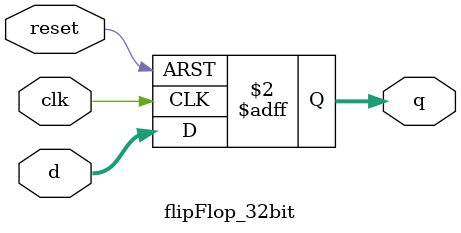
<source format=v>
module flipFlop_32bit(
    input clk,
    input reset,
    input  [31:0] d,      // Data input
    output reg [31:0] q   // Data output (register)
);

// Sequential logic for the register
/*
    1. Sesible to posedge of clock
    2. Sesible to posedge of reset (asynchronous reset)
*/
always @(posedge clk or posedge reset) begin
    if (reset) begin
        q <= 32'b0;  // Reset the register to 0
    end else begin
        q <= d;      // On each clock cycle, store the input data in the register
    end
end

endmodule

</source>
